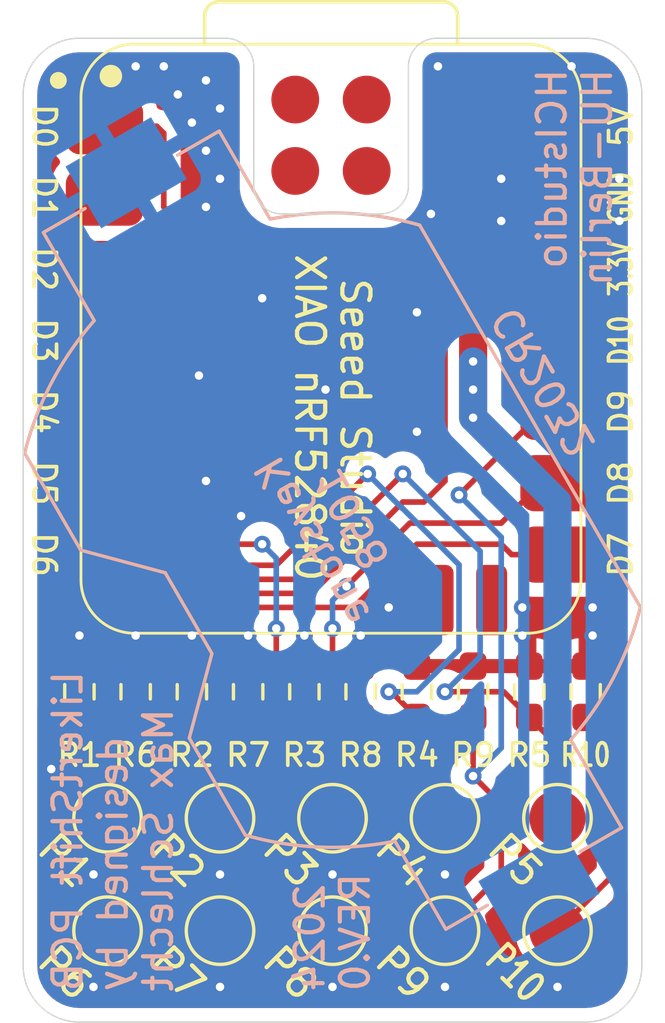
<source format=kicad_pcb>
(kicad_pcb (version 20241229) (generator "pcbnew") (generator_version "9.0")
  (layers (0 "F.Cu" signal) (2 "B.Cu" signal) (13 "F.Paste" user) (15 "B.Paste" user) (5 "F.SilkS" user "F.Silkscreen") (7 "B.SilkS" user "B.Silkscreen") (1 "F.Mask" user) (3 "B.Mask" user) (25 "Edge.Cuts" user))
  (net 0 "")
  (net 1 "+3.3V")
  (net 2 "GND")
  (net 3 "/P1")
  (net 4 "/P2")
  (net 5 "/P3")
  (net 6 "/P4")
  (net 7 "/P5")
  (net 8 "/P6")
  (net 9 "/P7")
  (net 10 "/P8")
  (net 16 "/P9")
  (net 18 "/P10")
  (footprint "TestPoint:TestPoint_Pad_D2.0mm" (layer "F.Cu") (at 61 65.75)
    (property "Reference" "TP3" (hide yes))
    (property "Value" "P3")
    (fp_circle (center 0 0) (end 0 1.2) (stroke (width 0.12)) (fill no) (layer "F.SilkS"))
    (pad "1" smd circle (at 0 0) (size 2 2) (layers "F.Cu" "F.Mask") (net 5 "/P3"))
  )
  (footprint "Resistor_SMD:R_0603_1608Metric_Pad0.98x0.95mm_HandSolder" (layer "F.Cu") (at 56 61.25 90)
    (property "Reference" "R2" (at -2.249999 0.000001 180) (layer "F.SilkS") (effects (font (size 0.8 0.8) (thickness 0.13))))
    (property "Value" "1M")
    (fp_line (start -0.254724 -0.5225) (end 0.254724 -0.5225) (stroke (width 0.12)) (layer "F.SilkS"))
    (fp_line (start -0.254724 0.5225) (end 0.254724 0.5225) (stroke (width 0.12)) (layer "F.SilkS"))
    (pad "1" smd roundrect (at -0.9125 0 90) (size 0.975 0.95) (layers "F.Cu" "F.Mask" "F.Paste") (net 4 "/P2"))
    (pad "2" smd roundrect (at 0.9125 0 90) (size 0.975 0.95) (layers "F.Cu" "F.Mask" "F.Paste") (net 2 "GND"))
  )
  (footprint "Resistor_SMD:R_0603_1608Metric_Pad0.98x0.95mm_HandSolder" (layer "F.Cu") (at 64 61.25 90)
    (property "Reference" "R4" (at -2.249999 0.000001 180) (layer "F.SilkS") (effects (font (size 0.8 0.8) (thickness 0.13))))
    (property "Value" "1M")
    (fp_line (start -0.254724 -0.5225) (end 0.254724 -0.5225) (stroke (width 0.12)) (layer "F.SilkS"))
    (fp_line (start -0.254724 0.5225) (end 0.254724 0.5225) (stroke (width 0.12)) (layer "F.SilkS"))
    (pad "1" smd roundrect (at -0.9125 0 90) (size 0.975 0.95) (layers "F.Cu" "F.Mask" "F.Paste") (net 6 "/P4"))
    (pad "2" smd roundrect (at 0.9125 0 90) (size 0.975 0.95) (layers "F.Cu" "F.Mask" "F.Paste") (net 2 "GND"))
  )
  (footprint "Resistor_SMD:R_0603_1608Metric_Pad0.98x0.95mm_HandSolder" (layer "F.Cu") (at 58 61.25 90)
    (property "Reference" "R7" (at -2.249999 0.000001 180) (layer "F.SilkS") (effects (font (size 0.8 0.8) (thickness 0.13))))
    (property "Value" "1M")
    (fp_line (start -0.254724 -0.5225) (end 0.254724 -0.5225) (stroke (width 0.12)) (layer "F.SilkS"))
    (fp_line (start -0.254724 0.5225) (end 0.254724 0.5225) (stroke (width 0.12)) (layer "F.SilkS"))
    (pad "1" smd roundrect (at -0.9125 0 90) (size 0.975 0.95) (layers "F.Cu" "F.Mask" "F.Paste") (net 9 "/P7"))
    (pad "2" smd roundrect (at 0.9125 0 90) (size 0.975 0.95) (layers "F.Cu" "F.Mask" "F.Paste") (net 2 "GND"))
  )
  (footprint "TestPoint:TestPoint_Pad_D2.0mm" (layer "F.Cu") (at 61 69.75)
    (property "Reference" "TP8" (hide yes))
    (property "Value" "P8")
    (fp_circle (center 0 0) (end 0 1.2) (stroke (width 0.12)) (fill no) (layer "F.SilkS"))
    (pad "1" smd circle (at 0 0) (size 2 2) (layers "F.Cu" "F.Mask") (net 10 "/P8"))
  )
  (footprint "Resistor_SMD:R_0603_1608Metric_Pad0.98x0.95mm_HandSolder" (layer "F.Cu") (at 66 61.25 90)
    (property "Reference" "R9" (at -2.25 0 180) (layer "F.SilkS") (effects (font (size 0.8 0.8) (thickness 0.13))))
    (property "Value" "1M")
    (fp_line (start -0.254724 -0.5225) (end 0.254724 -0.5225) (stroke (width 0.12)) (layer "F.SilkS"))
    (fp_line (start -0.254724 0.5225) (end 0.254724 0.5225) (stroke (width 0.12)) (layer "F.SilkS"))
    (pad "1" smd roundrect (at -0.9125 0 90) (size 0.975 0.95) (layers "F.Cu" "F.Mask" "F.Paste") (net 16 "/P9"))
    (pad "2" smd roundrect (at 0.9125 0 90) (size 0.975 0.95) (layers "F.Cu" "F.Mask" "F.Paste") (net 2 "GND"))
  )
  (footprint "TestPoint:TestPoint_Pad_D2.0mm" (layer "F.Cu") (at 69 69.75)
    (property "Reference" "TP10" (hide yes))
    (property "Value" "P10")
    (fp_circle (center 0 0) (end 0 1.2) (stroke (width 0.12)) (fill no) (layer "F.SilkS"))
    (pad "1" smd circle (at 0 0) (size 2 2) (layers "F.Cu" "F.Mask") (net 18 "/P10"))
  )
  (footprint "TestPoint:TestPoint_Pad_D2.0mm" (layer "F.Cu") (at 69 65.75)
    (property "Reference" "TP5" (hide yes))
    (property "Value" "P5")
    (fp_circle (center 0 0) (end 0 1.2) (stroke (width 0.12)) (fill no) (layer "F.SilkS"))
    (pad "1" smd circle (at 0 0) (size 2 2) (layers "F.Cu" "F.Mask") (net 7 "/P5"))
  )
  (footprint "TestPoint:TestPoint_Pad_D2.0mm" (layer "F.Cu") (at 65 65.75)
    (property "Reference" "TP4" (hide yes))
    (property "Value" "P4")
    (fp_circle (center 0 0) (end 0 1.2) (stroke (width 0.12)) (fill no) (layer "F.SilkS"))
    (pad "1" smd circle (at 0 0) (size 2 2) (layers "F.Cu" "F.Mask") (net 6 "/P4"))
  )
  (footprint "Resistor_SMD:R_0603_1608Metric_Pad0.98x0.95mm_HandSolder" (layer "F.Cu") (at 62 61.25 90)
    (property "Reference" "R8" (at -2.249999 0.000001 180) (layer "F.SilkS") (effects (font (size 0.8 0.8) (thickness 0.13))))
    (property "Value" "1M")
    (fp_line (start -0.254724 -0.5225) (end 0.254724 -0.5225) (stroke (width 0.12)) (layer "F.SilkS"))
    (fp_line (start -0.254724 0.5225) (end 0.254724 0.5225) (stroke (width 0.12)) (layer "F.SilkS"))
    (pad "1" smd roundrect (at -0.9125 0 90) (size 0.975 0.95) (layers "F.Cu" "F.Mask" "F.Paste") (net 10 "/P8"))
    (pad "2" smd roundrect (at 0.9125 0 90) (size 0.975 0.95) (layers "F.Cu" "F.Mask" "F.Paste") (net 2 "GND"))
  )
  (footprint "Resistor_SMD:R_0603_1608Metric_Pad0.98x0.95mm_HandSolder" (layer "F.Cu") (at 54 61.25 90)
    (property "Reference" "R6" (at -2.249999 0.000001 180) (layer "F.SilkS") (effects (font (size 0.8 0.8) (thickness 0.13))))
    (property "Value" "1M")
    (fp_line (start -0.254724 -0.5225) (end 0.254724 -0.5225) (stroke (width 0.12)) (layer "F.SilkS"))
    (fp_line (start -0.254724 0.5225) (end 0.254724 0.5225) (stroke (width 0.12)) (layer "F.SilkS"))
    (pad "1" smd roundrect (at -0.9125 0 90) (size 0.975 0.95) (layers "F.Cu" "F.Mask" "F.Paste") (net 8 "/P6"))
    (pad "2" smd roundrect (at 0.9125 0 90) (size 0.975 0.95) (layers "F.Cu" "F.Mask" "F.Paste") (net 2 "GND"))
  )
  (footprint "Resistor_SMD:R_0603_1608Metric_Pad0.98x0.95mm_HandSolder" (layer "F.Cu") (at 68 61.25 90)
    (property "Reference" "R5" (at -2.25 0 180) (layer "F.SilkS") (effects (font (size 0.8 0.8) (thickness 0.13))))
    (property "Value" "1M")
    (fp_line (start -0.254724 -0.5225) (end 0.254724 -0.5225) (stroke (width 0.12)) (layer "F.SilkS"))
    (fp_line (start -0.254724 0.5225) (end 0.254724 0.5225) (stroke (width 0.12)) (layer "F.SilkS"))
    (pad "1" smd roundrect (at -0.9125 0 90) (size 0.975 0.95) (layers "F.Cu" "F.Mask" "F.Paste") (net 7 "/P5"))
    (pad "2" smd roundrect (at 0.9125 0 90) (size 0.975 0.95) (layers "F.Cu" "F.Mask" "F.Paste") (net 2 "GND"))
  )
  (footprint "TestPoint:TestPoint_Pad_D2.0mm" (layer "F.Cu") (at 53 69.75)
    (property "Reference" "TP6" (hide yes))
    (property "Value" "P6")
    (fp_circle (center 0 0) (end 0 1.2) (stroke (width 0.12)) (fill no) (layer "F.SilkS"))
    (pad "1" smd circle (at 0 0) (size 2 2) (layers "F.Cu" "F.Mask") (net 8 "/P6"))
  )
  (footprint "TestPoint:TestPoint_Pad_D2.0mm" (layer "F.Cu") (at 65 69.75)
    (property "Reference" "TP9" (hide yes))
    (property "Value" "P9")
    (fp_circle (center 0 0) (end 0 1.2) (stroke (width 0.12)) (fill no) (layer "F.SilkS"))
    (pad "1" smd circle (at 0 0) (size 2 2) (layers "F.Cu" "F.Mask") (net 16 "/P9"))
  )
  (footprint "Resistor_SMD:R_0603_1608Metric_Pad0.98x0.95mm_HandSolder" (layer "F.Cu") (at 60 61.25 90)
    (property "Reference" "R3" (at -2.249999 0.000001 180) (layer "F.SilkS") (effects (font (size 0.8 0.8) (thickness 0.13))))
    (property "Value" "1M")
    (fp_line (start -0.254724 -0.5225) (end 0.254724 -0.5225) (stroke (width 0.12)) (layer "F.SilkS"))
    (fp_line (start -0.254724 0.5225) (end 0.254724 0.5225) (stroke (width 0.12)) (layer "F.SilkS"))
    (pad "1" smd roundrect (at -0.9125 0 90) (size 0.975 0.95) (layers "F.Cu" "F.Mask" "F.Paste") (net 5 "/P3"))
    (pad "2" smd roundrect (at 0.9125 0 90) (size 0.975 0.95) (layers "F.Cu" "F.Mask" "F.Paste") (net 2 "GND"))
  )
  (footprint "LikertShift:XIAO-nRF52840-SMD" (layer "F.Cu") (at 61 48.75)
    (property "Reference" "U1" (hide yes))
    (property "Value" "Seeed Studio XIAO nRF52840")
    (fp_line (start -8.945 8.513) (end -8.945 -8.632) (stroke (width 0.1)) (layer "F.SilkS"))
    (fp_line (start -7.04 10.418) (end 6.93 10.418) (stroke (width 0.1)) (layer "F.SilkS"))
    (fp_line (start -4.55 -10.537) (end -4.546272 -11.547272) (stroke (width 0.127)) (layer "F.SilkS"))
    (fp_line (start -4.046272 -12.047) (end 3.949 -12.047) (stroke (width 0.127)) (layer "F.SilkS"))
    (fp_line (start 4.449 -11.547) (end 4.449 -10.537) (stroke (width 0.127)) (layer "F.SilkS"))
    (fp_line (start 6.93 -10.537) (end -7.04 -10.537) (stroke (width 0.1)) (layer "F.SilkS"))
    (fp_line (start 8.835 8.513) (end 8.835 -8.632) (stroke (width 0.1)) (layer "F.SilkS"))
    (fp_arc (start -8.945 -8.636) (mid -8.387038 -9.983038) (end -7.04 -10.541) (stroke (width 0.1)) (layer "F.SilkS"))
    (fp_arc (start -7.04 10.418) (mid -8.387038 9.860038) (end -8.945 8.513) (stroke (width 0.1)) (layer "F.SilkS"))
    (fp_arc (start -4.546272 -11.547272) (mid -4.399724 -11.900644) (end -4.046272 -12.047) (stroke (width 0.127)) (layer "F.SilkS"))
    (fp_arc (start 3.949 -12.047) (mid 4.302524 -11.900524) (end 4.449 -11.547) (stroke (width 0.127)) (layer "F.SilkS"))
    (fp_arc (start 6.93 -10.537) (mid 8.277024 -9.979024) (end 8.835 -8.632) (stroke (width 0.1)) (layer "F.SilkS"))
    (fp_arc (start 8.835 8.513) (mid 8.277038 9.860038) (end 6.93 10.418) (stroke (width 0.1)) (layer "F.SilkS"))
    (fp_circle (center -7.881 -9.404) (end -7.731 -9.404) (stroke (width 0.5)) (fill yes) (layer "F.SilkS"))
    (pad "1" smd roundrect (at -8.11 -7.62) (size 2.75 2) (layers "F.Cu" "F.Mask" "F.Paste") (net 1 "+3.3V"))
    (pad "2" smd roundrect (at -8.11 -5.08) (size 2.75 2) (layers "F.Cu" "F.Mask" "F.Paste") (net 3 "/P1"))
    (pad "3" smd roundrect (at -8.11 -2.54) (size 2.75 2) (layers "F.Cu" "F.Mask" "F.Paste") (net 4 "/P2"))
    (pad "4" smd roundrect (at -8.11 0) (size 2.75 2) (layers "F.Cu" "F.Mask" "F.Paste") (net 5 "/P3"))
    (pad "5" smd roundrect (at -8.11 2.54) (size 2.75 2) (layers "F.Cu" "F.Mask" "F.Paste") (net 6 "/P4"))
    (pad "6" smd roundrect (at -8.11 5.08) (size 2.75 2) (layers "F.Cu" "F.Mask" "F.Paste") (net 7 "/P5"))
    (pad "7" smd roundrect (at -8.11 7.62) (size 2.75 2) (layers "F.Cu" "F.Mask" "F.Paste") (net 8 "/P6"))
    (pad "8" smd roundrect (at 8.055 7.62) (size 2.75 2) (layers "F.Cu" "F.Mask" "F.Paste") (net 9 "/P7"))
    (pad "9" smd roundrect (at 8.055 5.08) (size 2.75 2) (layers "F.Cu" "F.Mask" "F.Paste") (net 10 "/P8"))
    (pad "10" smd roundrect (at 8.055 2.54) (size 2.75 2) (layers "F.Cu" "F.Mask" "F.Paste") (net 16 "/P9"))
    (pad "11" smd roundrect (at 8.055 0) (size 2.75 2) (layers "F.Cu" "F.Mask" "F.Paste") (net 18 "/P10"))
    (pad "12" smd roundrect (at 8.055 -2.54) (size 2.75 2) (layers "F.Cu" "F.Mask" "F.Paste") (net 1 "+3.3V"))
    (pad "13" smd roundrect (at 8.055 -5.08) (size 2.75 2) (layers "F.Cu" "F.Mask" "F.Paste") (net 2 "GND"))
    (pad "14" smd roundrect (at 8.055 -7.62) (size 2.75 2) (layers "F.Cu" "F.Mask" "F.Paste"))
    (pad "15" smd roundrect (at -4.5 -0.3135 180) (size 2.5 1.1) (layers "F.Cu" "F.Mask" "F.Paste"))
    (pad "16" smd roundrect (at -4.5 -2.2185 180) (size 2.5 1.1) (layers "F.Cu" "F.Mask" "F.Paste"))
    (pad "17" smd roundrect (at 3.755 9.2369 270) (size 2.5 1.1) (layers "F.Cu" "F.Mask" "F.Paste"))
    (pad "18" smd roundrect (at 5.66 9.2369 270) (size 2.5 1.1) (layers "F.Cu" "F.Mask" "F.Paste"))
    (pad "19" smd circle (at -1.325 -8.5685) (size 1.7 1.7) (layers "F.Cu" "F.Mask" "F.Paste"))
    (pad "20" smd circle (at 1.215 -8.5685) (size 1.7 1.7) (layers "F.Cu" "F.Mask" "F.Paste"))
    (pad "21" smd circle (at -1.325 -6.0285) (size 1.7 1.7) (layers "F.Cu" "F.Mask" "F.Paste"))
    (pad "22" smd circle (at 1.215 -6.0285) (size 1.7 1.7) (layers "F.Cu" "F.Mask" "F.Paste"))
  )
  (footprint "TestPoint:TestPoint_Pad_D2.0mm" (layer "F.Cu") (at 57 69.75)
    (property "Reference" "TP7" (hide yes))
    (property "Value" "P7")
    (fp_circle (center 0 0) (end 0 1.2) (stroke (width 0.12)) (fill no) (layer "F.SilkS"))
    (pad "1" smd circle (at 0 0) (size 2 2) (layers "F.Cu" "F.Mask") (net 9 "/P7"))
  )
  (footprint "Resistor_SMD:R_0603_1608Metric_Pad0.98x0.95mm_HandSolder" (layer "F.Cu") (at 52 61.25 90)
    (property "Reference" "R1" (at -2.249999 0.000001 180) (layer "F.SilkS") (effects (font (size 0.8 0.8) (thickness 0.13))))
    (property "Value" "1M")
    (fp_line (start -0.254724 -0.5225) (end 0.254724 -0.5225) (stroke (width 0.12)) (layer "F.SilkS"))
    (fp_line (start -0.254724 0.5225) (end 0.254724 0.5225) (stroke (width 0.12)) (layer "F.SilkS"))
    (pad "1" smd roundrect (at -0.9125 0 90) (size 0.975 0.95) (layers "F.Cu" "F.Mask" "F.Paste") (net 3 "/P1"))
    (pad "2" smd roundrect (at 0.9125 0 90) (size 0.975 0.95) (layers "F.Cu" "F.Mask" "F.Paste") (net 2 "GND"))
  )
  (footprint "Resistor_SMD:R_0603_1608Metric_Pad0.98x0.95mm_HandSolder" (layer "F.Cu") (at 70 61.25 90)
    (property "Reference" "R10" (at -2.25 0 180) (layer "F.SilkS") (effects (font (size 0.8 0.6) (thickness 0.13))))
    (property "Value" "1M")
    (fp_line (start -0.254724 -0.5225) (end 0.254724 -0.5225) (stroke (width 0.12)) (layer "F.SilkS"))
    (fp_line (start -0.254724 0.5225) (end 0.254724 0.5225) (stroke (width 0.12)) (layer "F.SilkS"))
    (pad "1" smd roundrect (at -0.9125 0 90) (size 0.975 0.95) (layers "F.Cu" "F.Mask" "F.Paste") (net 18 "/P10"))
    (pad "2" smd roundrect (at 0.9125 0 90) (size 0.975 0.95) (layers "F.Cu" "F.Mask" "F.Paste") (net 2 "GND"))
  )
  (footprint "TestPoint:TestPoint_Pad_D2.0mm" (layer "F.Cu") (at 53 65.75)
    (property "Reference" "TP1" (hide yes))
    (property "Value" "P1")
    (fp_circle (center 0 0) (end 0 1.2) (stroke (width 0.12)) (fill no) (layer "F.SilkS"))
    (pad "1" smd circle (at 0 0) (size 2 2) (layers "F.Cu" "F.Mask") (net 3 "/P1"))
  )
  (footprint "TestPoint:TestPoint_Pad_D2.0mm" (layer "F.Cu") (at 57 65.75)
    (property "Reference" "TP2" (hide yes))
    (property "Value" "P2")
    (fp_circle (center 0 0) (end 0 1.2) (stroke (width 0.12)) (fill no) (layer "F.SilkS"))
    (pad "1" smd circle (at 0 0) (size 2 2) (layers "F.Cu" "F.Mask") (net 4 "/P2"))
  )
  (footprint "Battery:BatteryHolder_Keystone_1058_1x2032" (layer "B.Cu") (at 61 55.5 120)
    (property "Reference" "BT1" (hide yes))
    (property "Value" "CR2032")
    (fp_line (start 14.310001 -3.61) (end 14.309999 -1.9) (stroke (width 0.12)) (layer "B.SilkS"))
    (fp_line (start 3.86 -8.11) (end 7.847301 -8.11) (stroke (width 0.12)) (layer "B.SilkS"))
    (fp_line (start 3.86 -8.11) (end 1.660001 -5.91) (stroke (width 0.12)) (layer "B.SilkS"))
    (fp_line (start 10.691999 -3.61) (end 14.310001 -3.61) (stroke (width 0.12)) (layer "B.SilkS"))
    (fp_line (start -3.86 -8.11) (end -1.66 -5.91) (stroke (width 0.12)) (layer "B.SilkS"))
    (fp_line (start -1.66 -5.91) (end 1.660001 -5.91) (stroke (width 0.12)) (layer "B.SilkS"))
    (fp_line (start 14.31 3.609999) (end 14.309999 1.9) (stroke (width 0.12)) (layer "B.SilkS"))
    (fp_line (start 14.31 3.609999) (end 10.692 3.61) (stroke (width 0.12)) (layer "B.SilkS"))
    (fp_line (start -7.8473 -8.11) (end -3.86 -8.11) (stroke (width 0.12)) (layer "B.SilkS"))
    (fp_line (start 7.8473 8.11) (end -7.847301 8.11) (stroke (width 0.12)) (layer "B.SilkS"))
    (fp_line (start -14.31 -3.609999) (end -10.692 -3.61) (stroke (width 0.12)) (layer "B.SilkS"))
    (fp_line (start -14.31 -3.609999) (end -14.309999 -1.9) (stroke (width 0.12)) (layer "B.SilkS"))
    (fp_line (start -10.691999 3.61) (end -14.310001 3.61) (stroke (width 0.12)) (layer "B.SilkS"))
    (fp_line (start -14.310001 3.61) (end -14.309999 1.9) (stroke (width 0.12)) (layer "B.SilkS"))
    (fp_arc (start 7.845371 -8.111788) (mid 9.538084 -6.031244) (end 10.691999 -3.61) (stroke (width 0.12)) (layer "B.SilkS"))
    (fp_arc (start 10.692 3.61) (mid 9.538085 6.031245) (end 7.845371 8.111789) (stroke (width 0.12)) (layer "B.SilkS"))
    (fp_arc (start -10.692 -3.61) (mid -9.538085 -6.031245) (end -7.845371 -8.111789) (stroke (width 0.12)) (layer "B.SilkS"))
    (fp_arc (start -7.845371 8.111788) (mid -9.538082 6.031242) (end -10.691999 3.61) (stroke (width 0.12)) (layer "B.SilkS"))
    (pad "1" smd rect (at -14.68 0 120) (size 2.54 3.51) (layers "B.Cu" "B.Mask" "B.Paste") (net 1 "+3.3V"))
    (pad "2" smd rect (at 14.68 0 120) (size 2.54 3.51) (layers "B.Cu" "B.Mask" "B.Paste") (net 2 "GND"))
  )
  (gr_circle (center 51.25 39.5) (end 51.5 39.5) (stroke (width 0.1)) (fill yes) (layer "F.SilkS"))
  (gr_line (start 70 38) (end 64.7 38) (stroke (width 0.05)) (layer "Edge.Cuts"))
  (gr_arc (start 57.2 38) (mid 57.907107 38.292893) (end 58.2 39) (stroke (width 0.05)) (layer "Edge.Cuts"))
  (gr_line (start 57.2 38) (end 52 38) (stroke (width 0.05)) (layer "Edge.Cuts"))
  (gr_arc (start 50 40) (mid 50.585786 38.585786) (end 52 38) (stroke (width 0.05)) (layer "Edge.Cuts"))
  (gr_arc (start 63.7 39) (mid 63.992893 38.292893) (end 64.7 38) (stroke (width 0.05)) (layer "Edge.Cuts"))
  (gr_line (start 50 40) (end 50 71) (stroke (width 0.05)) (layer "Edge.Cuts"))
  (gr_line (start 63.7 43.25) (end 63.7 39) (stroke (width 0.05)) (layer "Edge.Cuts"))
  (gr_arc (start 72 71) (mid 71.414214 72.414214) (end 70 73) (stroke (width 0.05)) (layer "Edge.Cuts"))
  (gr_arc (start 63.7 43.25) (mid 63.407107 43.957107) (end 62.7 44.25) (stroke (width 0.05)) (layer "Edge.Cuts"))
  (gr_arc (start 59.2 44.25) (mid 58.492893 43.957107) (end 58.2 43.25) (stroke (width 0.05)) (layer "Edge.Cuts"))
  (gr_arc (start 52 73) (mid 50.585786 72.414214) (end 50 71) (stroke (width 0.05)) (layer "Edge.Cuts"))
  (gr_line (start 59.2 44.25) (end 62.7 44.25) (stroke (width 0.05)) (layer "Edge.Cuts"))
  (gr_line (start 58.2 39) (end 58.2 43.25) (stroke (width 0.05)) (layer "Edge.Cuts"))
  (gr_arc (start 70 38) (mid 71.414214 38.585786) (end 72 40) (stroke (width 0.05)) (layer "Edge.Cuts"))
  (gr_line (start 52 73) (end 70 73) (stroke (width 0.05)) (layer "Edge.Cuts"))
  (gr_line (start 72 71) (end 72 40) (stroke (width 0.05)) (layer "Edge.Cuts"))
  (gr_text "D10" (at 71.25 48.75 90) (layer "F.SilkS") (effects (font (size 0.8 0.6) (thickness 0.13))))
  (gr_text "P2\n" (at 55.5 67.25 315) (layer "F.SilkS") (effects (font (size 1 1) (thickness 0.15) (bold yes))))
  (gr_text "P8" (at 59.5 71.25 315) (layer "F.SilkS") (effects (font (size 1 1) (thickness 0.15) (bold yes))))
  (gr_text "D7" (at 71.25 56.37 90) (layer "F.SilkS") (effects (font (size 0.8 0.8) (thickness 0.13))))
  (gr_text "P9" (at 63.5 71.25 315) (layer "F.SilkS") (effects (font (size 1 1) (thickness 0.15) (bold yes))))
  (gr_text "5V" (at 71.25 41.13 90) (layer "F.SilkS") (effects (font (size 0.8 0.8) (thickness 0.13))))
  (gr_text "3.3V" (at 71.25 46.21 90) (layer "F.SilkS") (effects (font (size 0.8 0.6) (thickness 0.12) (bold yes))))
  (gr_text "D1" (at 50.75 43.67 270) (layer "F.SilkS") (effects (font (size 0.8 0.8) (thickness 0.13))))
  (gr_text "D9" (at 71.25 51.29 90) (layer "F.SilkS") (effects (font (size 0.8 0.8) (thickness 0.13))))
  (gr_text "GND" (at 71.25 43.67 90) (layer "F.SilkS") (effects (font (size 0.8 0.6) (thickness 0.13))))
  (gr_text "P1" (at 51.5 67.25 315) (layer "F.SilkS") (effects (font (size 1 1))))
  (gr_text "D5" (at 50.75 53.83 270) (layer "F.SilkS") (effects (font (size 0.8 0.8) (thickness 0.13))))
  (gr_text "D0" (at 50.75 41.13 270) (layer "F.SilkS") (effects (font (size 0.8 0.8) (thickness 0.13))))
  (gr_text "D4" (at 50.75 51.29 270) (layer "F.SilkS") (effects (font (size 0.8 0.8) (thickness 0.13))))
  (gr_text "D6" (at 50.75 56.37 270) (layer "F.SilkS") (effects (font (size 0.8 0.8) (thickness 0.13))))
  (gr_text "D8" (at 71.25 53.83 90) (layer "F.SilkS") (effects (font (size 0.8 0.8) (thickness 0.13))))
  (gr_text "P10\n" (at 67.5 71.25 315) (layer "F.SilkS") (effects (font (size 1 0.75) (thickness 0.15) (bold yes))))
  (gr_text "P4" (at 63.5 67.25 315) (layer "F.SilkS") (effects (font (size 1 1) (thickness 0.15) (bold yes))))
  (gr_text "P7\n" (at 55.5 71.25 315) (layer "F.SilkS") (effects (font (size 1 1) (thickness 0.15) (bold yes))))
  (gr_text "P3" (at 59.5 67.25 315) (layer "F.SilkS") (effects (font (size 1 1))))
  (gr_text "P6" (at 51.5 71.25 315) (layer "F.SilkS") (effects (font (size 1 1) (thickness 0.15) (bold yes))))
  (gr_text "P5\n" (at 67.5 67.25 315) (layer "F.SilkS") (effects (font (size 1 1) (thickness 0.15) (bold yes))))
  (gr_text "D2" (at 50.75 46.21 270) (layer "F.SilkS") (effects (font (size 0.8 0.8) (thickness 0.13))))
  (gr_text "D3" (at 50.75 48.75 270) (layer "F.SilkS") (effects (font (size 0.8 0.8) (thickness 0.13))))
  (gr_text "Seeed Studio\nXIAO nRF52840" (at 61 51.5 -90) (layer "F.SilkS") (effects (font (size 1 1))))
  (gr_text "Keystone\n1058" (at 61 55.5 120) (layer "B.SilkS") (effects (font (size 1 1)) (justify mirror)))
  (gr_text "HCIstudio\nHU-Berlin" (at 71 39 90) (layer "B.SilkS") (effects (font (size 1 1)) (justify left bottom mirror)))
  (gr_text "2024\nREV.0" (at 61 72 90) (layer "B.SilkS") (effects (font (size 1 1)) (justify right mirror)))
  (gr_text "LikertShift PCB\ndesigned by\nMax Schlecht" (at 51 72 90) (layer "B.SilkS") (effects (font (size 1 1)) (justify right top mirror)))
  (gr_text "CR2032" (at 68 50.5 120) (layer "B.SilkS") (effects (font (size 1 1)) (justify top mirror)))
  (segment (start 66 51.5) (end 66 47) (width 1) (layer "F.Cu") (net 1))
  (segment (start 54.75 41.13) (end 52.89 41.13) (width 0.2) (layer "F.Cu") (net 1))
  (segment (start 55.75 44.75) (end 55 44) (width 0.2) (layer "F.Cu") (net 1))
  (segment (start 66 47) (end 66.79 46.21) (width 1) (layer "F.Cu") (net 1))
  (segment (start 66.79 46.21) (end 69.055 46.21) (width 1) (layer "F.Cu") (net 1))
  (segment (start 66 47) (end 65.25 46.25) (width 0.2) (layer "F.Cu") (net 1))
  (segment (start 65.25 46.25) (end 59.75 46.25) (width 0.2) (layer "F.Cu") (net 1))
  (segment (start 59.75 46.25) (end 58.25 44.75) (width 0.2) (layer "F.Cu") (net 1))
  (segment (start 55 41.38) (end 54.75 41.13) (width 0.2) (layer "F.Cu") (net 1))
  (segment (start 58.25 44.75) (end 55.75 44.75) (width 0.2) (layer "F.Cu") (net 1))
  (segment (start 55 44) (end 55 41.38) (width 0.2) (layer "F.Cu") (net 1))
  (via (at 66 49.5) (size 0.6) (drill 0.3) (layers "F.Cu" "B.Cu") (net 1))
  (via (at 66 50.5) (size 0.6) (drill 0.3) (layers "F.Cu" "B.Cu") (net 1))
  (via (at 66 51.5) (size 0.6) (drill 0.3) (layers "F.Cu" "B.Cu") (net 1))
  (segment (start 69 54.5) (end 69 67.553253) (width 1) (layer "B.Cu") (net 1))
  (segment (start 66 51.5) (end 66 49.5) (width 1) (layer "B.Cu") (net 1))
  (segment (start 69 67.553253) (end 68.34 68.213253) (width 1) (layer "B.Cu") (net 1))
  (segment (start 66 51.5) (end 69 54.5) (width 1) (layer "B.Cu") (net 1))
  (segment (start 56 60.3375) (end 56 59.25) (width 0.2) (layer "F.Cu") (net 2))
  (segment (start 54 60.3375) (end 54 59.25) (width 0.2) (layer "F.Cu") (net 2))
  (segment (start 60 60.3375) (end 60 59.25) (width 0.2) (layer "F.Cu") (net 2))
  (segment (start 69.055 43.67) (end 71 43.67) (width 0.5) (layer "F.Cu") (net 2))
  (segment (start 58 60.3375) (end 58 59.25) (width 0.2) (layer "F.Cu") (net 2))
  (segment (start 52 60.3375) (end 52 59.25) (width 0.2) (layer "F.Cu") (net 2))
  (segment (start 69.055 43.67) (end 67 43.67) (width 0.5) (layer "F.Cu") (net 2))
  (via (at 71.2 43) (size 0.6) (drill 0.3) (layers "F.Cu" "B.Cu") (net 2))
  (via (at 57.75 55) (size 0.6) (drill 0.3) (layers "F.Cu" "B.Cu") (net 2))
  (via (at 52.5 67.75) (size 0.6) (drill 0.3) (layers "F.Cu" "B.Cu") (net 2))
  (via (at 70.25 58.25) (size 0.6) (drill 0.3) (layers "F.Cu" "B.Cu") (net 2))
  (via (at 69.5 39) (size 0.6) (drill 0.3) (layers "F.Cu" "B.Cu") (net 2))
  (via (at 71.2 44.5) (size 0.6) (drill 0.3) (layers "F.Cu" "B.Cu") (net 2))
  (via (at 57 67.75) (size 0.6) (drill 0.3) (layers "F.Cu" "B.Cu") (net 2))
  (via (at 62 59.25) (size 0.6) (drill 0.3) (layers "F.Cu" "B.Cu") (net 2))
  (via (at 52 59.25) (size 0.6) (drill 0.3) (layers "F.Cu" "B.Cu") (net 2))
  (via (at 64 52) (size 0.6) (drill 0.3) (layers "F.Cu" "B.Cu") (net 2))
  (via (at 55 39) (size 0.6) (drill 0.3) (layers "F.Cu" "B.Cu") (net 2))
  (via (at 63 58.25) (size 0.6) (drill 0.3) (layers "F.Cu" "B.Cu") (net 2))
  (via (at 67.75 59.25) (size 0.6) (drill 0.3) (layers "F.Cu" "B.Cu") (net 2))
  (via (at 58 59.25) (size 0.6) (drill 0.3) (layers "F.Cu" "B.Cu") (net 2))
  (via (at 58.5 47.25) (size 0.6) (drill 0.3) (layers "F.Cu" "B.Cu") (net 2))
  (via (at 67.75 58.25) (size 0.6) (drill 0.3) (layers "F.Cu" "B.Cu") (net 2))
  (via (at 56.5 42) (size 0.6) (drill 0.3) (layers "F.Cu" "B.Cu") (net 2))
  (via (at 64 47.75) (size 0.6) (drill 0.3) (layers "F.Cu" "B.Cu") (net 2))
  (via (at 54 59.25) (size 0.6) (drill 0.3) (layers "F.Cu" "B.Cu") (net 2))
  (via (at 65 71.75) (size 0.6) (drill 0.3) (layers "F.Cu" "B.Cu") (net 2))
  (via (at 65 67.75) (size 0.6) (drill 0.3) (layers "F.Cu" "B.Cu") (net 2))
  (via (at 64.5 44.25) (size 0.6) (drill 0.3) (layers "F.Cu" "B.Cu") (net 2))
  (via (at 67 44.5) (size 0.6) (drill 0.3) (layers "F.Cu" "B.Cu") (net 2))
  (via (at 56 41) (size 0.6) (drill 0.3) (layers "F.Cu" "B.Cu") (net 2))
  (via (at 52.5 71.75) (size 0.6) (drill 0.3) (layers "F.Cu" "B.Cu") (net 2))
  (via (at 55.5 40) (size 0.6) (drill 0.3) (layers "F.Cu" "B.Cu") (net 2))
  (via (at 56.5 39.5) (size 0.6) (drill 0.3) (layers "F.Cu" "B.Cu") (net 2))
  (via (at 60 59.25) (size 0.6) (drill 0.3) (layers "F.Cu" "B.Cu") (net 2))
  (via (at 51 64) (size 0.6) (drill 0.3) (layers "F.Cu" "B.Cu") (net 2))
  (via (at 67 43) (size 0.6) (drill 0.3) (layers "F.Cu" "B.Cu") (net 2))
  (via (at 57 40.5) (size 0.6) (drill 0.3) (layers "F.Cu" "B.Cu") (net 2))
  (via (at 61 71.75) (size 0.6) (drill 0.3) (layers "F.Cu" "B.Cu") (net 2))
  (via (at 56 59.25) (size 0.6) (drill 0.3) (layers "F.Cu" "B.Cu") (net 2))
  (via (at 64.75 39) (size 0.6) (drill 0.3) (layers "F.Cu" "B.Cu") (net 2))
  (via (at 54 39) (size 0.6) (drill 0.3) (layers "F.Cu" "B.Cu") (net 2))
  (via (at 60.75 50.5) (size 0.6) (drill 0.3) (layers "F.Cu" "B.Cu") (net 2))
  (via (at 57 71.75) (size 0.6) (drill 0.3) (layers "F.Cu" "B.Cu") (net 2))
  (via (at 61 67.75) (size 0.6) (drill 0.3) (layers "F.Cu" "B.Cu") (net 2))
  (via (at 57 43) (size 0.6) (drill 0.3) (layers "F.Cu" "B.Cu") (net 2))
  (via (at 70.25 59.25) (size 0.6) (drill 0.3) (layers "F.Cu" "B.Cu") (net 2))
  (via (at 56.5 44) (size 0.6) (drill 0.3) (layers "F.Cu" "B.Cu") (net 2))
  (via (at 56.5 53.75) (size 0.6) (drill 0.3) (layers "F.Cu" "B.Cu") (net 2))
  (via (at 69 71.75) (size 0.6) (drill 0.3) (layers "F.Cu" "B.Cu") (net 2))
  (via (at 56.25 50) (size 0.6) (drill 0.3) (layers "F.Cu" "B.Cu") (net 2))
  (segment (start 51.08 43.67) (end 50.75 44) (width 0.2) (layer "F.Cu") (net 3))
  (segment (start 52.89 43.67) (end 51.08 43.67) (width 0.2) (layer "F.Cu") (net 3))
  (segment (start 50.75 60.9125) (end 52 62.1625) (width 0.2) (layer "F.Cu") (net 3))
  (segment (start 53 65.75) (end 53 63.1625) (width 0.2) (layer "F.Cu") (net 3))
  (segment (start 50.75 44) (end 50.75 60.9125) (width 0.2) (layer "F.Cu") (net 3))
  (segment (start 53 63.1625) (end 52 62.1625) (width 0.2) (layer "F.Cu") (net 3))
  (segment (start 57 63.1625) (end 56 62.1625) (width 0.2) (layer "F.Cu") (net 4))
  (segment (start 56 57.75) (end 60.25 57.75) (width 0.2) (layer "F.Cu") (net 4))
  (segment (start 65 53.75) (end 65 47.25) (width 0.2) (layer "F.Cu") (net 4))
  (segment (start 57 65.75) (end 57 63.1625) (width 0.2) (layer "F.Cu") (net 4))
  (segment (start 65 47.25) (end 64.5 46.75) (width 0.2) (layer "F.Cu") (net 4))
  (segment (start 56 62.1625) (end 55 61.1625) (width 0.2) (layer "F.Cu") (net 4))
  (segment (start 58 45.25) (end 55 45.25) (width 0.2) (layer "F.Cu") (net 4))
  (segment (start 59.5 46.75) (end 58 45.25) (width 0.2) (layer "F.Cu") (net 4))
  (segment (start 55 58.75) (end 56 57.75) (width 0.2) (layer "F.Cu") (net 4))
  (segment (start 64.25 54.5) (end 65 53.75) (width 0.2) (layer "F.Cu") (net 4))
  (segment (start 54.04 46.21) (end 52.89 46.21) (width 0.2) (layer "F.Cu") (net 4))
  (segment (start 55 45.25) (end 54.04 46.21) (width 0.2) (layer "F.Cu") (net 4))
  (segment (start 64.5 46.75) (end 59.5 46.75) (width 0.2) (layer "F.Cu") (net 4))
  (segment (start 55 61.1625) (end 55 58.75) (width 0.2) (layer "F.Cu") (net 4))
  (segment (start 63.5 54.5) (end 64.25 54.5) (width 0.2) (layer "F.Cu") (net 4))
  (segment (start 60.25 57.75) (end 63.5 54.5) (width 0.2) (layer "F.Cu") (net 4))
  (segment (start 58.5 56) (end 57.25 56) (width 0.2) (layer "F.Cu") (net 5))
  (segment (start 59 61.1625) (end 59 59) (width 0.2) (layer "F.Cu") (net 5))
  (segment (start 61 65.75) (end 61 63.1625) (width 0.2) (layer "F.Cu") (net 5))
  (segment (start 57.25 56) (end 55.5 54.25) (width 0.2) (layer "F.Cu") (net 5))
  (segment (start 55.5 54.25) (end 55.5 51) (width 0.2) (layer "F.Cu") (net 5))
  (segment (start 61 63.1625) (end 60 62.1625) (width 0.2) (layer "F.Cu") (net 5))
  (segment (start 55.5 51) (end 53.25 48.75) (width 0.2) (layer "F.Cu") (net 5))
  (segment (start 60 62.1625) (end 59 61.1625) (width 0.2) (layer "F.Cu") (net 5))
  (segment (start 53.25 48.75) (end 52.89 48.75) (width 0.2) (layer "F.Cu") (net 5))
  (via (at 58.5 56) (size 0.6) (drill 0.3) (layers "F.Cu" "B.Cu") (net 5))
  (via (at 59 59) (size 0.6) (drill 0.3) (layers "F.Cu" "B.Cu") (net 5))
  (segment (start 59 56.5) (end 58.5 56) (width 0.2) (layer "B.Cu") (net 5))
  (segment (start 59 59) (end 59 56.5) (width 0.2) (layer "B.Cu") (net 5))
  (segment (start 64 62.1625) (end 63 61.1625) (width 0.2) (layer "F.Cu") (net 6))
  (segment (start 52.89 51.29) (end 53.29 51.29) (width 0.2) (layer "F.Cu") (net 6))
  (segment (start 53.29 51.29) (end 54.75 52.75) (width 0.2) (layer "F.Cu") (net 6))
  (segment (start 59 56.75) (end 62.25 53.5) (width 0.2) (layer "F.Cu") (net 6))
  (segment (start 63 61.1625) (end 63 61.25) (width 0.2) (layer "F.Cu") (net 6))
  (segment (start 65 65.75) (end 65 63.1625) (width 0.2) (layer "F.Cu") (net 6))
  (segment (start 54.75 52.75) (end 54.75 54.5) (width 0.2) (layer "F.Cu") (net 6))
  (segment (start 57 56.75) (end 59 56.75) (width 0.2) (layer "F.Cu") (net 6))
  (segment (start 65 63.1625) (end 64 62.1625) (width 0.2) (layer "F.Cu") (net 6))
  (segment (start 54.75 54.5) (end 57 56.75) (width 0.2) (layer "F.Cu") (net 6))
  (via (at 63 61.25) (size 0.6) (drill 0.3) (layers "F.Cu" "B.Cu") (net 6))
  (via (at 62.25 53.5) (size 0.6) (drill 0.3) (layers "F.Cu" "B.Cu") (net 6))
  (segment (start 64 61.25) (end 65.5 59.75) (width 0.2) (layer "B.Cu") (net 6))
  (segment (start 65.5 59.75) (end 65.5 56.731672) (width 0.2) (layer "B.Cu") (net 6))
  (segment (start 65.5 56.731672) (end 63.481671 54.713343) (width 0.2) (layer "B.Cu") (net 6))
  (segment (start 63 61.25) (end 64 61.25) (width 0.2) (layer "B.Cu") (net 6))
  (segment (start 63.481671 54.713343) (end 63.463343 54.713343) (width 0.2) (layer "B.Cu") (net 6))
  (segment (start 63.463343 54.713343) (end 62.25 53.5) (width 0.2) (layer "B.Cu") (net 6))
  (segment (start 52.89 53.83) (end 53.08 53.83) (width 0.2) (layer "F.Cu") (net 7))
  (segment (start 56.5 57.25) (end 59.75 57.25) (width 0.2) (layer "F.Cu") (net 7))
  (segment (start 53.08 53.83) (end 56.5 57.25) (width 0.2) (layer "F.Cu") (net 7))
  (segment (start 59.75 57.25) (end 63.5 53.5) (width 0.2) (layer "F.Cu") (net 7))
  (segment (start 67.0875 61.25) (end 65 61.25) (width 0.2) (layer "F.Cu") (net 7))
  (segment (start 69 65.75) (end 69 63.1625) (width 0.2) (layer "F.Cu") (net 7))
  (segment (start 68 62.1625) (end 67.0875 61.25) (width 0.2) (layer "F.Cu") (net 7))
  (segment (start 69 63.1625) (end 68 62.1625) (width 0.2) (layer "F.Cu") (net 7))
  (via (at 63.5 53.5) (size 0.6) (drill 0.3) (layers "F.Cu" "B.Cu") (net 7))
  (via (at 65 61.25) (size 0.6) (drill 0.3) (layers "F.Cu" "B.Cu") (net 7))
  (segment (start 63.5 53.5) (end 66.25 56.25) (width 0.2) (layer "B.Cu") (net 7))
  (segment (start 66.25 56.25) (end 66.25 60) (width 0.2) (layer "B.Cu") (net 7))
  (segment (start 66.25 60) (end 65 61.25) (width 0.2) (layer "B.Cu") (net 7))
  (segment (start 52.89 57.64) (end 53 57.75) (width 0.2) (layer "F.Cu") (net 8))
  (segment (start 53 61.1625) (end 54 62.1625) (width 0.2) (layer "F.Cu") (net 8))
  (segment (start 55 67.75) (end 55 63.1625) (width 0.2) (layer "F.Cu") (net 8))
  (segment (start 52.89 56.37) (end 52.89 57.64) (width 0.2) (layer "F.Cu") (net 8))
  (segment (start 53 69.75) (end 55 67.75) (width 0.2) (layer "F.Cu") (net 8))
  (segment (start 53 57.75) (end 53 61.1625) (width 0.2) (layer "F.Cu") (net 8))
  (segment (start 55 63.1625) (end 54 62.1625) (width 0.2) (layer "F.Cu") (net 8))
  (segment (start 59 67.75) (end 59 63.1625) (width 0.2) (layer "F.Cu") (net 9))
  (segment (start 67 56) (end 64 56) (width 0.2) (layer "F.Cu") (net 9))
  (segment (start 57 61.1625) (end 58 62.1625) (width 0.2) (layer "F.Cu") (net 9))
  (segment (start 69.055 56.37) (end 67.37 56.37) (width 0.2) (layer "F.Cu") (net 9))
  (segment (start 57 69.75) (end 59 67.75) (width 0.2) (layer "F.Cu") (net 9))
  (segment (start 57.5 58.25) (end 57 58.75) (width 0.2) (layer "F.Cu") (net 9))
  (segment (start 67.37 56.37) (end 67 56) (width 0.2) (layer "F.Cu") (net 9))
  (segment (start 59 63.1625) (end 58 62.1625) (width 0.2) (layer "F.Cu") (net 9))
  (segment (start 61.75 58.25) (end 57.5 58.25) (width 0.2) (layer "F.Cu") (net 9))
  (segment (start 57 58.75) (end 57 61.1625) (width 0.2) (layer "F.Cu") (net 9))
  (segment (start 64 56) (end 61.75 58.25) (width 0.2) (layer "F.Cu") (net 9))
  (segment (start 61 69.75) (end 63 67.75) (width 0.2) (layer "F.Cu") (net 10))
  (segment (start 63.75 55.25) (end 67 55.25) (width 0.2) (layer "F.Cu") (net 10))
  (segment (start 61.5 57.5) (end 63.75 55.25) (width 0.2) (layer "F.Cu") (net 10))
  (segment (start 61 59) (end 61 61.1625) (width 0.2) (layer "F.Cu") (net 10))
  (segment (start 61 61.1625) (end 62 62.1625) (width 0.2) (layer "F.Cu") (net 10))
  (segment (start 63 67.75) (end 63 63.1625) (width 0.2) (layer "F.Cu") (net 10))
  (segment (start 67 55.25) (end 68.42 53.83) (width 0.2) (layer "F.Cu") (net 10))
  (segment (start 63 63.1625) (end 62 62.1625) (width 0.2) (layer "F.Cu") (net 10))
  (segment (start 68.42 53.83) (end 69.055 53.83) (width 0.2) (layer "F.Cu") (net 10))
  (via (at 61.5 57.5) (size 0.6) (drill 0.3) (layers "F.Cu" "B.Cu") (net 10))
  (via (at 61 59) (size 0.6) (drill 0.3) (layers "F.Cu" "B.Cu") (net 10))
  (segment (start 61 58) (end 61.5 57.5) (width 0.2) (layer "B.Cu") (net 10))
  (segment (start 61 59) (end 61 58) (width 0.2) (layer "B.Cu") (net 10))
  (segment (start 65.5 54.25) (end 68.46 51.29) (width 0.2) (layer "F.Cu") (net 16))
  (segment (start 66 62.1625) (end 66.0875 62.1625) (width 0.2) (layer "F.Cu") (net 16))
  (segment (start 68.46 51.29) (end 69.055 51.29) (width 0.2) (layer "F.Cu") (net 16))
  (segment (start 66 62.1625) (end 66 64.25) (width 0.2) (layer "F.Cu") (net 16))
  (segment (start 67 65.25) (end 66 64.25) (width 0.2) (layer "F.Cu") (net 16))
  (segment (start 65 69.75) (end 67 67.75) (width 0.2) (layer "F.Cu") (net 16))
  (segment (start 67 67.75) (end 67 65.25) (width 0.2) (layer "F.Cu") (net 16))
  (via (at 66 64.25) (size 0.6) (drill 0.3) (layers "F.Cu" "B.Cu") (net 16))
  (via (at 65.5 54.25) (size 0.6) (drill 0.3) (layers "F.Cu" "B.Cu") (net 16))
  (segment (start 67 63.25) (end 66 64.25) (width 0.2) (layer "B.Cu") (net 16))
  (segment (start 67 55.75) (end 67 63.25) (width 0.2) (layer "B.Cu") (net 16))
  (segment (start 65.5 54.25) (end 67 55.75) (width 0.2) (layer "B.Cu") (net 16))
  (segment (start 71.25 60.9125) (end 71.25 49) (width 0.2) (layer "F.Cu") (net 18))
  (segment (start 70 62.1625) (end 71.25 60.9125) (width 0.2) (layer "F.Cu") (net 18))
  (segment (start 69 69.75) (end 71 67.75) (width 0.2) (layer "F.Cu") (net 18))
  (segment (start 71.25 49) (end 71 48.75) (width 0.2) (layer "F.Cu") (net 18))
  (segment (start 71 48.75) (end 69.055 48.75) (width 0.2) (layer "F.Cu") (net 18))
  (segment (start 71 67.75) (end 71 63.1625) (width 0.2) (layer "F.Cu") (net 18))
  (segment (start 71 63.1625) (end 70 62.1625) (width 0.2) (layer "F.Cu") (net 18))
  (zone (net 2) (net_name "GND") (layers "F.Cu" "B.Cu") (connect_pads (clearance 0.5)) (min_thickness 0.25) (fill yes (thermal_gap 0.5) (thermal_bridge_width 0.5))
    (polygon (pts (xy 50 38) (xy 72 38) (xy 72 73) (xy 50 73)))
  )
)
</source>
